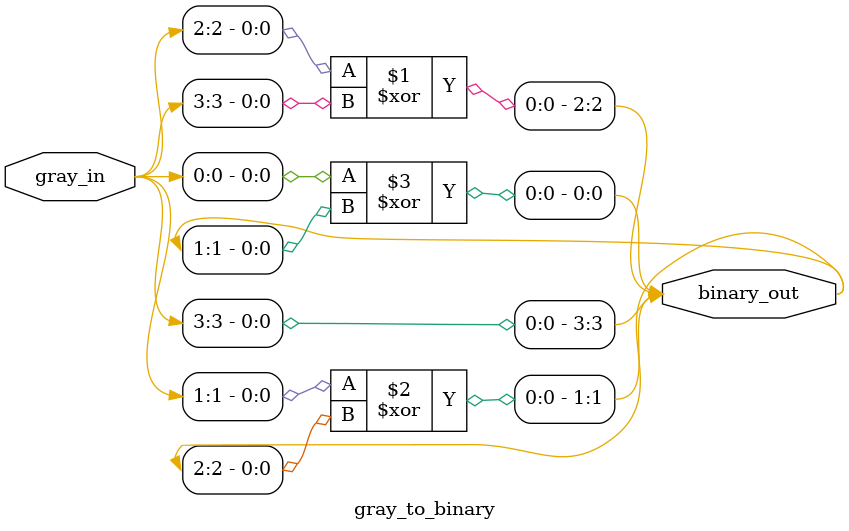
<source format=v>
`timescale 1ns/1ps

module gray_to_binary(input [3:0] gray_in,
                      output [3:0] binary_out  );
                      
                      buf buf1(binary_out[3] , gray_in[3]);
                      
                      xor xor1(binary_out[2], gray_in[2],binary_out[3]),
                          xor2 (binary_out[1], gray_in[1],binary_out[2]),
                          xor3 (binary_out[0], gray_in[0],binary_out[1]);
endmodule

</source>
